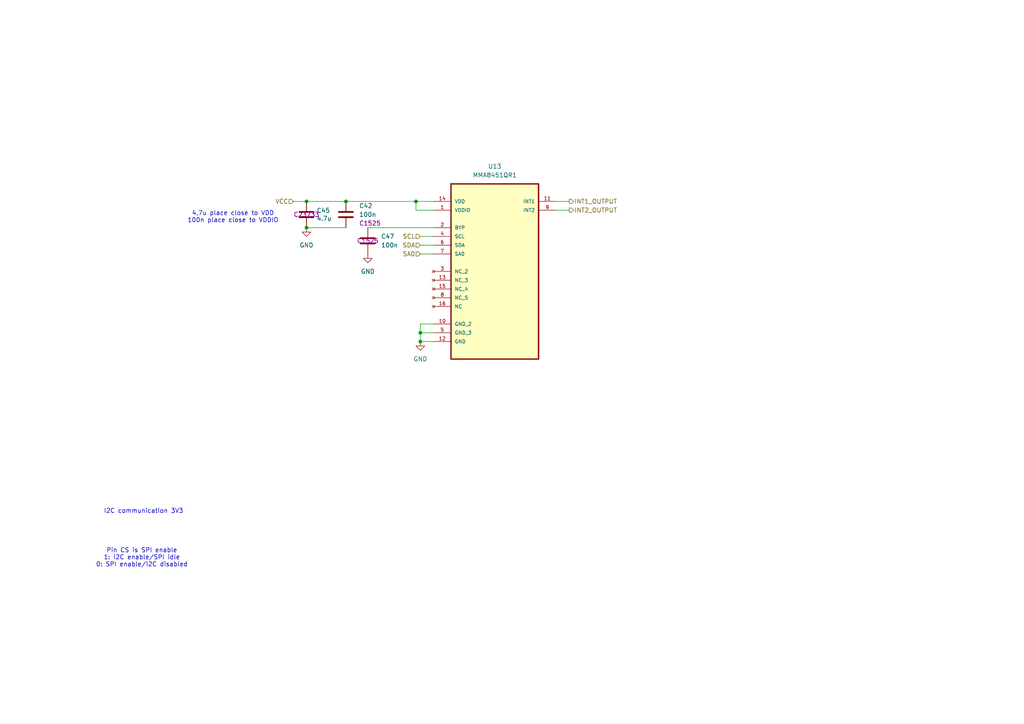
<source format=kicad_sch>
(kicad_sch (version 20250114) (generator "eeschema") (generator_version "9.0")
  (paper "A4")
  (lib_symbols
    (symbol "Device:C" (pin_numbers (hide yes)) (pin_names (offset 0.254))
      (property "Reference" "C" (at 0.635 2.54 0))
      (property "Value" "C" (at 0.635 -2.54 0))
      (symbol "C_0_1"
        (polyline (pts (xy -2.032 0.762) (xy 2.032 0.762)) (stroke (width 0.508)))
        (polyline (pts (xy -2.032 -0.762) (xy 2.032 -0.762)) (stroke (width 0.508)))
      )
      (symbol "C_1_1"
        (pin passive line (at 0 3.81 270) (length 2.794) (name "~") (number "1"))
        (pin passive line (at 0 -3.81 90) (length 2.794) (name "~") (number "2"))
      )
    )
    (symbol "MMA8451QR1:MMA8451QR1" (pin_names (offset 1.016))
      (property "Reference" "U" (at -5.2368 25.4469 0))
      (property "Value" "MMA8451QR1" (at -4.3489 -32.4263 0))
      (symbol "MMA8451QR1_0_0"
        (rectangle (start -12.7 -27.94) (end 12.7 22.86) (stroke (width 0.4064)) (fill (type background)))
        (pin power_in line (at -17.78 17.78 0) (length 5.08) (name "VDD") (number "14"))
        (pin power_in line (at -17.78 15.24 0) (length 5.08) (name "VDDIO") (number "1"))
        (pin input line (at -17.78 10.16 0) (length 5.08) (name "BYP") (number "2"))
        (pin input line (at -17.78 7.62 0) (length 5.08) (name "SCL") (number "4"))
        (pin input line (at -17.78 5.08 0) (length 5.08) (name "SDA") (number "6"))
        (pin input line (at -17.78 2.54 0) (length 5.08) (name "SA0") (number "7"))
        (pin no_connect line (at -17.78 -2.54 0) (length 5.08) (name "NC_2") (number "3"))
        (pin no_connect line (at -17.78 -5.08 0) (length 5.08) (name "NC_3") (number "13"))
        (pin no_connect line (at -17.78 -7.62 0) (length 5.08) (name "NC_4") (number "15"))
        (pin no_connect line (at -17.78 -10.16 0) (length 5.08) (name "NC_5") (number "8"))
        (pin no_connect line (at -17.78 -12.7 0) (length 5.08) (name "NC") (number "16"))
        (pin passive line (at -17.78 -17.78 0) (length 5.08) (name "GND_2") (number "10"))
        (pin passive line (at -17.78 -20.32 0) (length 5.08) (name "GND_3") (number "5"))
        (pin passive line (at -17.78 -22.86 0) (length 5.08) (name "GND") (number "12"))
        (pin output line (at 17.78 17.78 180) (length 5.08) (name "INT1") (number "11"))
        (pin output line (at 17.78 15.24 180) (length 5.08) (name "INT2") (number "9"))
      )
    )
    (symbol "power:GND" (power) (pin_numbers (hide yes)) (pin_names (offset 0) (hide yes))
      (property "Value" "GND" (at 0 -3.81 0))
      (symbol "GND_0_1"
        (polyline (pts (xy 0 0) (xy 0 -1.27) (xy 1.27 -1.27) (xy 0 -2.54) (xy -1.27 -1.27) (xy 0 -1.27)))
      )
      (symbol "GND_1_1"
        (pin power_in line (at 0 0 270) (length 0) (name "~") (number "1"))
      )
    )
  )
  (text "4.7u place close to VDD\n100n place close to VDDIO" (at 67.564 62.992 0) (effects (font (size 1.27 1.27))))
  (text "Pin CS is SPI enable\n1: I2C enable/SPI idle\n0: SPI enable/I2C disabled" (at 41.148 161.798 0) (effects (font (size 1.27 1.27))))
  (text "I2C communication 3V3" (at 41.656 148.336 0) (effects (font (size 1.27 1.27))))
  (junction (at 100.33 58.42))
  (junction (at 88.9 58.42))
  (junction (at 121.92 99.06))
  (junction (at 120.65 58.42))
  (junction (at 88.9 66.04))
  (junction (at 121.92 96.52))
  (wire (pts (xy 121.92 68.58) (xy 125.73 68.58)))
  (wire (pts (xy 165.1 58.42) (xy 161.29 58.42)))
  (wire (pts (xy 125.73 60.96) (xy 120.65 60.96)))
  (wire (pts (xy 100.33 58.42) (xy 120.65 58.42)))
  (wire (pts (xy 85.09 58.42) (xy 88.9 58.42)))
  (wire (pts (xy 106.68 66.04) (xy 125.73 66.04)))
  (wire (pts (xy 121.92 71.12) (xy 125.73 71.12)))
  (wire (pts (xy 121.92 99.06) (xy 125.73 99.06)))
  (wire (pts (xy 121.92 96.52) (xy 121.92 99.06)))
  (wire (pts (xy 120.65 60.96) (xy 120.65 58.42)))
  (wire (pts (xy 125.73 96.52) (xy 121.92 96.52)))
  (wire (pts (xy 165.1 60.96) (xy 161.29 60.96)))
  (wire (pts (xy 88.9 58.42) (xy 100.33 58.42)))
  (wire (pts (xy 125.73 93.98) (xy 121.92 93.98)))
  (wire (pts (xy 121.92 93.98) (xy 121.92 96.52)))
  (wire (pts (xy 88.9 66.04) (xy 100.33 66.04)))
  (wire (pts (xy 121.92 73.66) (xy 125.73 73.66)))
  (wire (pts (xy 120.65 58.42) (xy 125.73 58.42)))
  (hierarchical_label "INT2_OUTPUT" (shape output) (at 165.1 60.96 0))
  (hierarchical_label "SCL" (shape input) (at 121.92 68.58 180))
  (hierarchical_label "SDA" (shape input) (at 121.92 71.12 180))
  (hierarchical_label "VCC" (shape input) (at 85.09 58.42 180))
  (hierarchical_label "SA0" (shape input) (at 121.92 73.66 180))
  (hierarchical_label "INT1_OUTPUT" (shape output) (at 165.1 58.42 0))
  (symbol (lib_id "power:GND") (at 121.92 99.06 0) (unit 1)
    (property "Reference" "#PWR082" (effects (hide yes)))
    (property "Value" "GND" (at 121.92 104.14 0))
    (property "Description" "Power symbol creates a global label with name \"GND\" , ground" (effects (hide yes)))
  )
  (symbol (lib_id "MMA8451QR1:MMA8451QR1") (at 143.51 76.2 0) (unit 1)
    (property "Reference" "U13" (at 143.51 48.26 0))
    (property "Value" "MMA8451QR1" (at 143.51 50.8 0))
    (property "Footprint" "MMA8451QR1:QFN50P300X300X100-16N" (effects (hide yes)))
    (property "MF" "NXP USA" (effects (hide yes)))
    (property "Description_1" "Accelerometer X, Y, Z Axis ±2g, 4g, 8g 0.78Hz ~ 400Hz 16-QFN (3x3)" (effects (hide yes)))
    (property "PACKAGE" "QFN-16" (effects (hide yes)))
    (property "MPN" "MMA8451QR1" (effects (hide yes)))
    (property "Price" "None" (effects (hide yes)))
    (property "Package" "QFN-16 NXP Semiconductors" (effects (hide yes)))
    (property "OC_FARNELL" "1908021" (effects (hide yes)))
    (property "SnapEDA_Link" "https://www.snapeda.com/parts/MMA8451QR1/NXP+Semiconductors/view-part/?ref=snap" (effects (hide yes)))
    (property "MP" "MMA8451QR1" (effects (hide yes)))
    (property "SUPPLIER" "Freescale" (effects (hide yes)))
    (property "OC_NEWARK" "84R7350" (effects (hide yes)))
    (property "Availability" "In Stock" (effects (hide yes)))
    (property "Check_prices" "https://www.snapeda.com/parts/MMA8451QR1/NXP+Semiconductors/view-part/?ref=eda" (effects (hide yes)))
  )
  (symbol (lib_id "Device:C") (at 88.9 62.23 0) (unit 1)
    (property "Reference" "C45" (at 91.821 61.0616 0) (effects (justify left)))
    (property "Value" "4.7u" (at 91.821 63.373 0) (effects (justify left)))
    (property "Footprint" "Capacitor_SMD:C_0402_1005Metric" (effects (hide yes)))
    (property "LCSC" "C23733" (at 88.9 62.23 0))
  )
  (symbol (lib_id "Device:C") (at 100.33 62.23 0) (unit 1)
    (property "Reference" "C42" (at 104.14 59.6899 0) (effects (justify left)))
    (property "Value" "100n" (at 104.14 62.2299 0) (effects (justify left)))
    (property "Footprint" "Capacitor_SMD:C_0402_1005Metric" (effects (hide yes)))
    (property "Description" "Unpolarized capacitor" (effects (hide yes)))
    (property "LCSC" "C1525" (at 104.14 64.7699 0) (effects (justify left)))
  )
  (symbol (lib_id "power:GND") (at 88.9 66.04 0) (unit 1)
    (property "Reference" "#PWR083" (effects (hide yes)))
    (property "Value" "GND" (at 88.9 71.12 0))
    (property "Description" "Power symbol creates a global label with name \"GND\" , ground" (effects (hide yes)))
  )
  (symbol (lib_id "Device:C") (at 106.68 69.85 0) (unit 1)
    (property "Reference" "C47" (at 110.49 68.5799 0) (effects (justify left)))
    (property "Value" "100n" (at 110.49 71.1199 0) (effects (justify left)))
    (property "Footprint" "Capacitor_SMD:C_0402_1005Metric" (effects (hide yes)))
    (property "Description" "Unpolarized capacitor" (effects (hide yes)))
    (property "LCSC" "C1525" (at 106.68 69.85 0))
  )
  (symbol (lib_id "power:GND") (at 106.68 73.66 0) (unit 1)
    (property "Reference" "#PWR084" (effects (hide yes)))
    (property "Value" "GND" (at 106.68 78.74 0))
    (property "Description" "Power symbol creates a global label with name \"GND\" , ground" (effects (hide yes)))
  )
)
</source>
